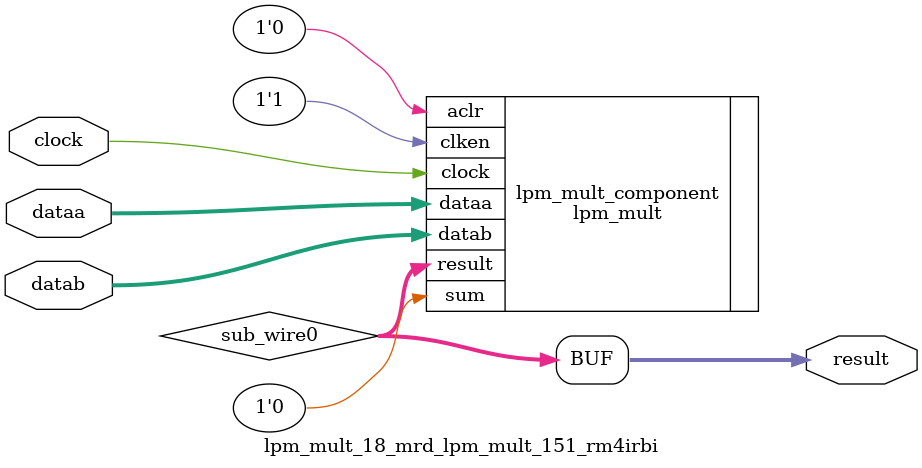
<source format=v>


`timescale 1 ps / 1 ps
// synopsys translate_on
module  lpm_mult_18_mrd_lpm_mult_151_rm4irbi  (
            clock,
            dataa,
            datab,
            result);

            input  clock;
            input [17:0] dataa;
            input [17:0] datab;
            output [35:0] result;

            wire [35:0] sub_wire0;
            wire [35:0] result = sub_wire0[35:0];    

            lpm_mult        lpm_mult_component (
                                        .clock (clock),
                                        .dataa (dataa),
                                        .datab (datab),
                                        .result (sub_wire0),
                                        .aclr (1'b0),
                                        .clken (1'b1),
                                        .sum (1'b0));
            defparam
                    lpm_mult_component.lpm_hint = "DEDICATED_MULTIPLIER_CIRCUITRY=YES,MAXIMIZE_SPEED=9",
                    lpm_mult_component.lpm_pipeline = 3,
                    lpm_mult_component.lpm_representation = "SIGNED",
                    lpm_mult_component.lpm_type = "LPM_MULT",
                    lpm_mult_component.lpm_widtha = 18,
                    lpm_mult_component.lpm_widthb = 18,
                    lpm_mult_component.lpm_widthp = 36;


endmodule



</source>
